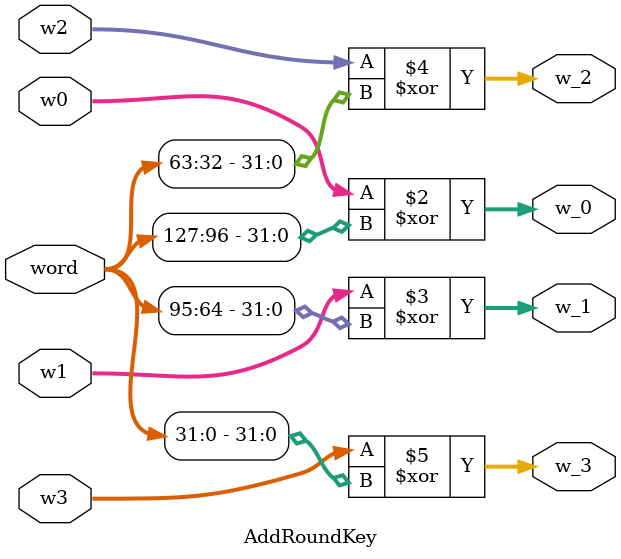
<source format=v>
module AddRoundKey(w0,w1,w2,w3,w_0,w_1,w_2,w_3,word);

input wire[31:0] w0,w1,w2,w3;
input wire[127:0] word;
output reg[31:0] w_0,w_1,w_2,w_3;

always @(w0 or w1 or w2 or w3) begin
w_0 <= w0 ^ word[127:96];
w_1 <= w1 ^ word[95:64];
w_2 <= w2 ^ word[63:32];
w_3 <= w3 ^ word[31:0];
end

endmodule

</source>
